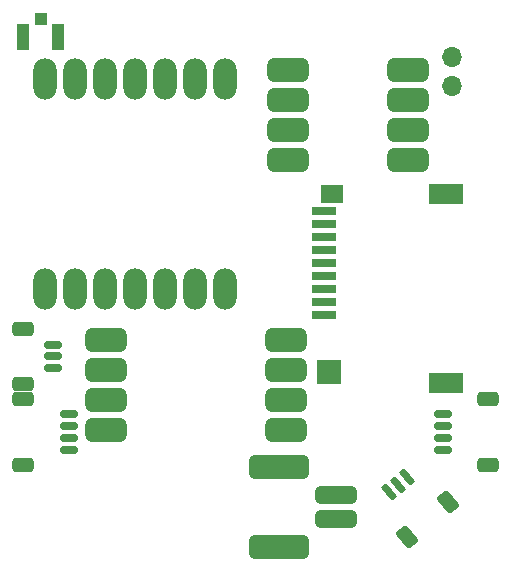
<source format=gbp>
G04 #@! TF.GenerationSoftware,KiCad,Pcbnew,7.0.7-7.0.7~ubuntu22.04.1*
G04 #@! TF.CreationDate,2024-02-20T19:32:11-08:00*
G04 #@! TF.ProjectId,v3.1-DevKitty,76332e31-2d44-4657-964b-697474792e6b,rev?*
G04 #@! TF.SameCoordinates,Original*
G04 #@! TF.FileFunction,Paste,Bot*
G04 #@! TF.FilePolarity,Positive*
%FSLAX46Y46*%
G04 Gerber Fmt 4.6, Leading zero omitted, Abs format (unit mm)*
G04 Created by KiCad (PCBNEW 7.0.7-7.0.7~ubuntu22.04.1) date 2024-02-20 19:32:11*
%MOMM*%
%LPD*%
G01*
G04 APERTURE LIST*
G04 Aperture macros list*
%AMRoundRect*
0 Rectangle with rounded corners*
0 $1 Rounding radius*
0 $2 $3 $4 $5 $6 $7 $8 $9 X,Y pos of 4 corners*
0 Add a 4 corners polygon primitive as box body*
4,1,4,$2,$3,$4,$5,$6,$7,$8,$9,$2,$3,0*
0 Add four circle primitives for the rounded corners*
1,1,$1+$1,$2,$3*
1,1,$1+$1,$4,$5*
1,1,$1+$1,$6,$7*
1,1,$1+$1,$8,$9*
0 Add four rect primitives between the rounded corners*
20,1,$1+$1,$2,$3,$4,$5,0*
20,1,$1+$1,$4,$5,$6,$7,0*
20,1,$1+$1,$6,$7,$8,$9,0*
20,1,$1+$1,$8,$9,$2,$3,0*%
G04 Aperture macros list end*
%ADD10O,1.700000X1.700000*%
%ADD11RoundRect,0.250000X-0.149696X0.722905X-0.685928X0.272953X0.149696X-0.722905X0.685928X-0.272953X0*%
%ADD12RoundRect,0.150000X-0.286836X0.575196X-0.516649X0.382360X0.286836X-0.575196X0.516649X-0.382360X0*%
%ADD13RoundRect,0.250000X0.650000X-0.350000X0.650000X0.350000X-0.650000X0.350000X-0.650000X-0.350000X0*%
%ADD14RoundRect,0.150000X0.625000X-0.150000X0.625000X0.150000X-0.625000X0.150000X-0.625000X-0.150000X0*%
%ADD15R,1.000000X2.200000*%
%ADD16R,1.000000X1.050000*%
%ADD17RoundRect,0.250000X-0.650000X0.350000X-0.650000X-0.350000X0.650000X-0.350000X0.650000X0.350000X0*%
%ADD18RoundRect,0.150000X-0.625000X0.150000X-0.625000X-0.150000X0.625000X-0.150000X0.625000X0.150000X0*%
%ADD19O,2.000000X3.500000*%
%ADD20RoundRect,0.500000X-1.250000X0.500000X-1.250000X-0.500000X1.250000X-0.500000X1.250000X0.500000X0*%
%ADD21RoundRect,0.333335X2.166665X-0.666665X2.166665X0.666665X-2.166665X0.666665X-2.166665X-0.666665X0*%
%ADD22RoundRect,0.375000X1.375000X-0.375000X1.375000X0.375000X-1.375000X0.375000X-1.375000X-0.375000X0*%
%ADD23RoundRect,0.500000X1.250000X-0.500000X1.250000X0.500000X-1.250000X0.500000X-1.250000X-0.500000X0*%
%ADD24R,3.000000X1.700000*%
%ADD25R,2.000000X2.100000*%
%ADD26R,1.900000X1.600000*%
%ADD27R,2.000000X0.700000*%
G04 APERTURE END LIST*
D10*
X16670000Y12190000D03*
X16670000Y14710000D03*
D11*
X16333804Y-23008177D03*
X12810000Y-25965000D03*
D12*
X11315055Y-22160954D03*
X12081100Y-21518166D03*
X12847144Y-20875379D03*
D13*
X-19705000Y-14270000D03*
X-19705000Y-19870000D03*
D14*
X-15830000Y-15570000D03*
X-15830000Y-16570000D03*
X-15830000Y-17570000D03*
X-15830000Y-18570000D03*
D15*
X-19655000Y16345000D03*
X-16705000Y16345000D03*
D16*
X-18180000Y17870000D03*
D17*
X19705000Y-19870000D03*
X19705000Y-14270000D03*
D18*
X15830000Y-18570000D03*
X15830000Y-17570000D03*
X15830000Y-16570000D03*
X15830000Y-15570000D03*
D19*
X-17820000Y-4960000D03*
X-15280000Y-4960000D03*
X-12740000Y-4960000D03*
X-10200000Y-4960000D03*
X-7660000Y-4960000D03*
X-5120000Y-4960000D03*
X-2580000Y-4960000D03*
X-2580000Y12820000D03*
X-5120000Y12820000D03*
X-7660000Y12820000D03*
X-10200000Y12820000D03*
X-12740000Y12820000D03*
X-15280000Y12820000D03*
X-17820000Y12820000D03*
D20*
X-12630000Y-9290000D03*
X-12630000Y-11830000D03*
X-12630000Y-14370000D03*
X-12630000Y-16910000D03*
X2610000Y-16910000D03*
X2610000Y-14370000D03*
X2610000Y-11830000D03*
X2610000Y-9290000D03*
D21*
X2000000Y-20070000D03*
X2000000Y-26770000D03*
D22*
X6850000Y-22420000D03*
X6850000Y-24420000D03*
D23*
X2710000Y5930000D03*
X2710000Y8470000D03*
X2710000Y11010000D03*
X2710000Y13550000D03*
X12870000Y5930000D03*
X12870000Y8470000D03*
X12870000Y11010000D03*
X12870000Y13550000D03*
D24*
X16090000Y-12930000D03*
D25*
X6190000Y-12030000D03*
D24*
X16090000Y3070000D03*
D26*
X6490000Y3120000D03*
D27*
X5790000Y1620000D03*
X5790000Y520000D03*
X5790000Y-580000D03*
X5790000Y-1680000D03*
X5790000Y-2780000D03*
X5790000Y-3880000D03*
X5790000Y-4980000D03*
X5790000Y-6080000D03*
X5790000Y-7180000D03*
D17*
X-19700000Y-12970000D03*
X-19700000Y-8370000D03*
D18*
X-17175000Y-11670000D03*
X-17175000Y-10670000D03*
X-17175000Y-9670000D03*
M02*

</source>
